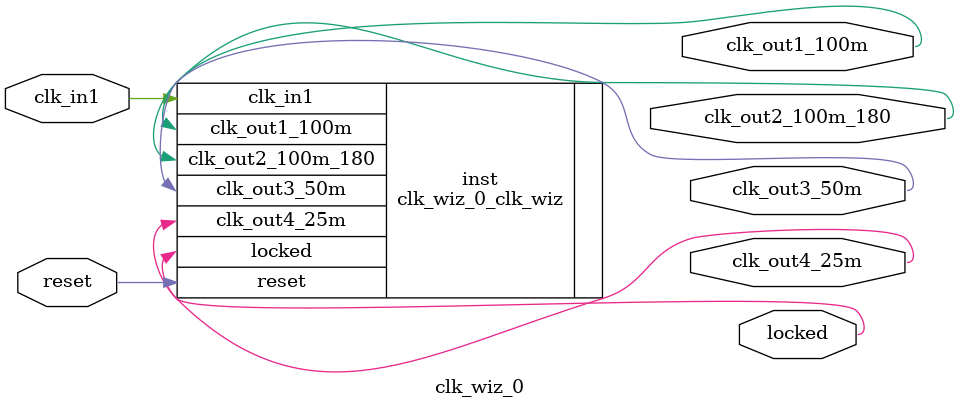
<source format=v>


`timescale 1ps/1ps

(* CORE_GENERATION_INFO = "clk_wiz_0,clk_wiz_v6_0_9_0_0,{component_name=clk_wiz_0,use_phase_alignment=true,use_min_o_jitter=false,use_max_i_jitter=false,use_dyn_phase_shift=false,use_inclk_switchover=false,use_dyn_reconfig=false,enable_axi=0,feedback_source=FDBK_AUTO,PRIMITIVE=MMCM,num_out_clk=4,clkin1_period=20.000,clkin2_period=10.0,use_power_down=false,use_reset=true,use_locked=true,use_inclk_stopped=false,feedback_type=SINGLE,CLOCK_MGR_TYPE=NA,manual_override=false}" *)

module clk_wiz_0 
 (
  // Clock out ports
  output        clk_out1_100m,
  output        clk_out2_100m_180,
  output        clk_out3_50m,
  output        clk_out4_25m,
  // Status and control signals
  input         reset,
  output        locked,
 // Clock in ports
  input         clk_in1
 );

  clk_wiz_0_clk_wiz inst
  (
  // Clock out ports  
  .clk_out1_100m(clk_out1_100m),
  .clk_out2_100m_180(clk_out2_100m_180),
  .clk_out3_50m(clk_out3_50m),
  .clk_out4_25m(clk_out4_25m),
  // Status and control signals               
  .reset(reset), 
  .locked(locked),
 // Clock in ports
  .clk_in1(clk_in1)
  );

endmodule

</source>
